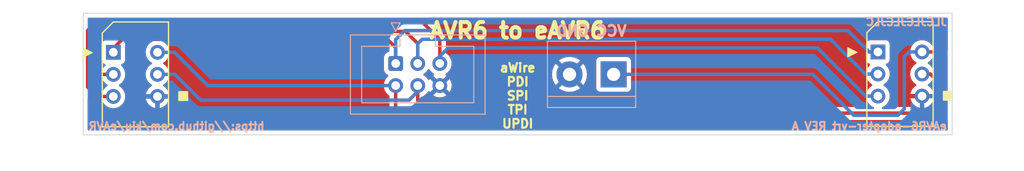
<source format=kicad_pcb>
(kicad_pcb (version 20211014) (generator pcbnew)
  (title_block (title "eAVR6-adapter-vrt") (company "Nakamura Labs") (comment 1 "https://github.com/kiu/eAVR"))
  (layers (0 "F.Cu" signal) (31 "B.Cu" signal) (34 "B.Paste" user) (35 "F.Paste" user) (36 "B.SilkS" user "B.Silkscreen") (37 "F.SilkS" user "F.Silkscreen") (38 "B.Mask" user) (39 "F.Mask" user) (44 "Edge.Cuts" user))
  (net 0 "")
  (net 1 "Net-(J1-Pad1)")
  (net 2 "VCC")
  (net 3 "Net-(J1-Pad3)")
  (net 4 "Net-(J1-Pad4)")
  (net 5 "Net-(J1-Pad5)")
  (net 6 "GND")
  (footprint "eAVR:eAVR6-EdgeSocket_2x03_P2.54mm_Vertical" (layer "F.Cu") (at 144.5 62.5)
    (fp_text reference "J3" hide)
    (fp_text value "Conn_02x03_Odd_Even")
    (fp_line (start -3.81 -4.7625) (end -3.81 6.0325) (layer "F.SilkS") (width 0.15))
    (fp_line (start -3.81 6.0325) (end 3.81 6.0325) (layer "F.SilkS") (width 0.15))
    (fp_line (start -3.81 -4.7625) (end -2.54 -6.0325) (layer "F.SilkS") (width 0.15))
    (fp_line (start 3.81 -6.0325) (end 3.81 6.0325) (layer "F.SilkS") (width 0.15))
    (fp_line (start -2.54 -6.0325) (end 3.81 -6.0325) (layer "F.SilkS") (width 0.15))
    (fp_rect (start 6 2) (end 5 3) (layer "F.SilkS") (width 0.15) (fill solid))
    (fp_poly (pts (xy -5 -2.5) (xy -6 -3) (xy -6 -2)) (layer "F.SilkS") (width 0.15) (fill solid))
    (pad "1" thru_hole rect (at -2.54 -2.54) (size 1.7 1.7) (drill 1) (layers *.Cu *.Mask) (net 1 "Net-(J1-Pad1)"))
    (pad "2" thru_hole oval (at 2.54 -2.54) (size 1.7 1.7) (drill 1) (layers *.Cu *.Mask) (net 2 "VCC"))
    (pad "3" thru_hole oval (at -2.54 0) (size 1.7 1.7) (drill 1) (layers *.Cu *.Mask) (net 3 "Net-(J1-Pad3)"))
    (pad "4" thru_hole oval (at 2.54 0) (size 1.7 1.7) (drill 1) (layers *.Cu *.Mask) (net 4 "Net-(J1-Pad4)"))
    (pad "5" thru_hole oval (at -2.54 2.54) (size 1.7 1.7) (drill 1) (layers *.Cu *.Mask) (net 5 "Net-(J1-Pad5)"))
    (pad "6" thru_hole oval (at 2.54 2.54) (size 1.7 1.7) (drill 1) (layers *.Cu *.Mask) (net 6 "GND"))
  )
  (footprint "eAVR:eAVR6-EdgeSocket_2x03_P2.54mm_Vertical" (layer "F.Cu") (at 56.5 62.54)
    (fp_text reference "J1" hide)
    (fp_text value "Conn_02x03_Odd_Even")
    (fp_line (start -3.81 6.0325) (end 3.81 6.0325) (layer "F.SilkS") (width 0.15))
    (fp_line (start -3.81 -4.7625) (end -2.54 -6.0325) (layer "F.SilkS") (width 0.15))
    (fp_line (start -3.81 -4.7625) (end -3.81 6.0325) (layer "F.SilkS") (width 0.15))
    (fp_line (start -2.54 -6.0325) (end 3.81 -6.0325) (layer "F.SilkS") (width 0.15))
    (fp_line (start 3.81 -6.0325) (end 3.81 6.0325) (layer "F.SilkS") (width 0.15))
    (fp_rect (start 6 2) (end 5 3) (layer "F.SilkS") (width 0.15) (fill solid))
    (fp_poly (pts (xy -5 -2.5) (xy -6 -3) (xy -6 -2)) (layer "F.SilkS") (width 0.15) (fill solid))
    (pad "1" thru_hole rect (at -2.54 -2.54) (size 1.7 1.7) (drill 1) (layers *.Cu *.Mask) (net 1 "Net-(J1-Pad1)"))
    (pad "2" thru_hole oval (at 2.54 -2.54) (size 1.7 1.7) (drill 1) (layers *.Cu *.Mask) (net 2 "VCC"))
    (pad "3" thru_hole oval (at -2.54 0) (size 1.7 1.7) (drill 1) (layers *.Cu *.Mask) (net 3 "Net-(J1-Pad3)"))
    (pad "4" thru_hole oval (at 2.54 0) (size 1.7 1.7) (drill 1) (layers *.Cu *.Mask) (net 4 "Net-(J1-Pad4)"))
    (pad "5" thru_hole oval (at -2.54 2.54) (size 1.7 1.7) (drill 1) (layers *.Cu *.Mask) (net 5 "Net-(J1-Pad5)"))
    (pad "6" thru_hole oval (at 2.54 2.54) (size 1.7 1.7) (drill 1) (layers *.Cu *.Mask) (net 6 "GND"))
  )
  (footprint "Connector_IDC:IDC-Header_2x03_P2.54mm_Vertical" (layer "B.Cu") (at 86.455 61.2875 -90)
    (fp_text reference "J2" hide)
    (fp_text value "Conn_02x03_Odd_Even")
    (fp_line (start -1.98 -0.49) (end -1.98 3.91) (layer "B.SilkS") (width 0.12))
    (fp_line (start -1.98 3.91) (end 4.52 3.91) (layer "B.SilkS") (width 0.12))
    (fp_line (start 5.83 -10.29) (end -3.29 -10.29) (layer "B.SilkS") (width 0.12))
    (fp_line (start -4.68 0.5) (end -4.68 -0.5) (layer "B.SilkS") (width 0.12))
    (fp_line (start -3.68 0) (end -4.68 0.5) (layer "B.SilkS") (width 0.12))
    (fp_line (start -1.98 -4.59) (end -1.98 -4.59) (layer "B.SilkS") (width 0.12))
    (fp_line (start 4.52 -8.99) (end -1.98 -8.99) (layer "B.SilkS") (width 0.12))
    (fp_line (start -3.29 -10.29) (end -3.29 5.21) (layer "B.SilkS") (width 0.12))
    (fp_line (start 4.52 3.91) (end 4.52 -8.99) (layer "B.SilkS") (width 0.12))
    (fp_line (start 5.83 5.21) (end 5.83 -10.29) (layer "B.SilkS") (width 0.12))
    (fp_line (start -1.98 -8.99) (end -1.98 -4.59) (layer "B.SilkS") (width 0.12))
    (fp_line (start -3.29 -0.49) (end -1.98 -0.49) (layer "B.SilkS") (width 0.12))
    (fp_line (start -3.29 5.21) (end 5.83 5.21) (layer "B.SilkS") (width 0.12))
    (fp_line (start -1.98 -4.59) (end -3.29 -4.59) (layer "B.SilkS") (width 0.12))
    (fp_line (start -4.68 -0.5) (end -3.68 0) (layer "B.SilkS") (width 0.12))
    (pad "1" thru_hole roundrect locked (at 0 0 270) (size 1.7 1.7) (drill 1) (layers *.Cu *.Mask) (roundrect_rratio 0.147059) (net 1 "Net-(J1-Pad1)"))
    (pad "2" thru_hole circle locked (at 2.54 0 270) (size 1.7 1.7) (drill 1) (layers *.Cu *.Mask) (net 2 "VCC"))
    (pad "3" thru_hole circle locked (at 0 -2.54 270) (size 1.7 1.7) (drill 1) (layers *.Cu *.Mask) (net 3 "Net-(J1-Pad3)"))
    (pad "4" thru_hole circle locked (at 2.54 -2.54 270) (size 1.7 1.7) (drill 1) (layers *.Cu *.Mask) (net 4 "Net-(J1-Pad4)"))
    (pad "5" thru_hole circle locked (at 0 -5.08 270) (size 1.7 1.7) (drill 1) (layers *.Cu *.Mask) (net 5 "Net-(J1-Pad5)"))
    (pad "6" thru_hole circle locked (at 2.54 -5.08 270) (size 1.7 1.7) (drill 1) (layers *.Cu *.Mask) (net 6 "GND"))
  )
  (footprint "TerminalBlock:TerminalBlock_bornier-2_P5.08mm" (layer "B.Cu") (at 111.54 62.54 180)
    (fp_text reference "J4" hide)
    (fp_text value "Screw_Terminal_01x02")
    (fp_line (start 7.62 -3.81) (end 7.62 3.81) (layer "B.SilkS") (width 0.12))
    (fp_line (start 7.62 -2.54) (end -2.54 -2.54) (layer "B.SilkS") (width 0.12))
    (fp_line (start 7.62 3.81) (end -2.54 3.81) (layer "B.SilkS") (width 0.12))
    (fp_line (start -2.54 3.81) (end -2.54 -3.81) (layer "B.SilkS") (width 0.12))
    (fp_line (start -2.54 -3.81) (end 7.62 -3.81) (layer "B.SilkS") (width 0.12))
    (pad "1" thru_hole rect locked (at 0 0 180) (size 3 3) (drill 1.52) (layers *.Cu *.Mask) (net 2 "VCC"))
    (pad "2" thru_hole circle locked (at 5.08 0 180) (size 3 3) (drill 1.52) (layers *.Cu *.Mask) (net 6 "GND"))
  )
  (gr_line (start 50.5 55.5) (end 150.5 55.5) (layer "Edge.Cuts") (width 0.1))
  (gr_line (start 50.5 69.5) (end 50.5 55.5) (layer "Edge.Cuts") (width 0.1))
  (gr_line (start 150.5 55.5) (end 150.5 69.5) (layer "Edge.Cuts") (width 0.1))
  (gr_line (start 150.5 69.5) (end 50.5 69.5) (layer "Edge.Cuts") (width 0.1))
  (gr_text "VCC GND" (at 109 57.54) (layer "B.SilkS") (effects (font (size 1.2 1.2) (thickness 0.3)) (justify mirror)))
  (gr_text "JLCJLCJLCJLC" (at 150 56.5) (layer "B.SilkS") (effects (font (size 0.9 0.9) (thickness 0.225)) (justify left mirror)))
  (gr_text "eAVR6-adapter-vrt REV A\n" (at 150 68.5) (layer "B.SilkS") (effects (font (size 0.9 0.9) (thickness 0.22)) (justify left mirror)))
  (gr_text "https://github.com/kiu/eAVR" (at 51 68.5) (layer "B.SilkS") (effects (font (size 0.9 0.9) (thickness 0.22)) (justify right mirror)))
  (gr_text "AVR6 to eAVR6" (at 100.5 57.5) (layer "F.SilkS") (effects (font (size 1.8 1.8) (thickness 0.45))))
  (gr_text "aWire\nPDI\nSPI\nTPI\nUPDI" (at 100.5 65) (layer "F.SilkS") (effects (font (size 1 1) (thickness 0.25))))
  (segment (start 53.96 59.54) (end 55 58.5) (width 0.4) (layer "F.Cu") (net 1))
  (segment (start 55 58.5) (end 85.5 58.5) (width 0.4) (layer "F.Cu") (net 1))
  (segment (start 53.96 60) (end 53.96 59.54) (width 0.4) (layer "F.Cu") (net 1))
  (segment (start 85.5 58.5) (end 86.455 59.455) (width 0.4) (layer "F.Cu") (net 1))
  (segment (start 86.455 59.455) (end 86.455 61.2875) (width 0.4) (layer "F.Cu") (net 1))
  (segment (start 140.96 59.96) (end 138.5 57.5) (width 0.4) (layer "B.Cu") (net 1))
  (segment (start 86.455 58.545) (end 86.455 61.2875) (width 0.4) (layer "B.Cu") (net 1))
  (segment (start 141.96 59.96) (end 140.96 59.96) (width 0.4) (layer "B.Cu") (net 1))
  (segment (start 87.5 57.5) (end 138.5 57.5) (width 0.4) (layer "B.Cu") (net 1))
  (segment (start 87.5 57.5) (end 86.455 58.545) (width 0.4) (layer "B.Cu") (net 1))
  (segment (start 148.96 59.96) (end 149.5 60.5) (width 0.4) (layer "F.Cu") (net 2))
  (segment (start 148.5 68) (end 87.5 68) (width 0.4) (layer "F.Cu") (net 2))
  (segment (start 149.5 60.5) (end 149.5 67) (width 0.4) (layer "F.Cu") (net 2))
  (segment (start 149.5 67) (end 148.5 68) (width 0.4) (layer "F.Cu") (net 2))
  (segment (start 87.5 68) (end 86.455 66.955) (width 0.4) (layer "F.Cu") (net 2))
  (segment (start 147.04 59.96) (end 148.96 59.96) (width 0.4) (layer "F.Cu") (net 2))
  (segment (start 86.455 66.955) (end 86.455 63.8275) (width 0.4) (layer "F.Cu") (net 2))
  (segment (start 144.25 67.25) (end 145 66.5) (width 0.4) (layer "B.Cu") (net 2))
  (segment (start 59.04 60) (end 61 60) (width 0.4) (layer "B.Cu") (net 2))
  (segment (start 111.54 62.54) (end 134.46 62.54) (width 0.4) (layer "B.Cu") (net 2))
  (segment (start 61 60) (end 64.8275 63.8275) (width 0.4) (layer "B.Cu") (net 2))
  (segment (start 145.54 59.96) (end 147.04 59.96) (width 0.4) (layer "B.Cu") (net 2))
  (segment (start 145 66.5) (end 145 60.5) (width 0.4) (layer "B.Cu") (net 2))
  (segment (start 139.17 67.25) (end 144.25 67.25) (width 0.4) (layer "B.Cu") (net 2))
  (segment (start 145 60.5) (end 145.54 59.96) (width 0.4) (layer "B.Cu") (net 2))
  (segment (start 64.8275 63.8275) (end 86.455 63.8275) (width 0.4) (layer "B.Cu") (net 2))
  (segment (start 134.46 62.54) (end 139.17 67.25) (width 0.4) (layer "B.Cu") (net 2))
  (segment (start 52 58) (end 52.400489 57.599511) (width 0.4) (layer "F.Cu") (net 3))
  (segment (start 87.599511 57.599511) (end 88.995 58.995) (width 0.4) (layer "F.Cu") (net 3))
  (segment (start 52 62) (end 52 58) (width 0.4) (layer "F.Cu") (net 3))
  (segment (start 88.995 58.995) (end 88.995 61.2875) (width 0.4) (layer "F.Cu") (net 3))
  (segment (start 53.96 62.54) (end 52.54 62.54) (width 0.4) (layer "F.Cu") (net 3))
  (segment (start 52.54 62.54) (end 52 62) (width 0.4) (layer "F.Cu") (net 3))
  (segment (start 52.400489 57.599511) (end 87.599511 57.599511) (width 0.4) (layer "F.Cu") (net 3))
  (segment (start 89.5 58.5) (end 136.5 58.5) (width 0.4) (layer "B.Cu") (net 3))
  (segment (start 88.995 59.005) (end 89.5 58.5) (width 0.4) (layer "B.Cu") (net 3))
  (segment (start 88.995 61.2875) (end 88.995 59.005) (width 0.4) (layer "B.Cu") (net 3))
  (segment (start 140.5 62.5) (end 141.96 62.5) (width 0.4) (layer "B.Cu") (net 3))
  (segment (start 136.5 58.5) (end 140.5 62.5) (width 0.4) (layer "B.Cu") (net 3))
  (segment (start 88.995 65.495) (end 88.995 63.8275) (width 0.4) (layer "F.Cu") (net 4))
  (segment (start 147.04 62.5) (end 148 62.5) (width 0.4) (layer "F.Cu") (net 4))
  (segment (start 148.5 63) (end 148.5 66.5) (width 0.4) (layer "F.Cu") (net 4))
  (segment (start 148 62.5) (end 148.5 63) (width 0.4) (layer "F.Cu") (net 4))
  (segment (start 148 67) (end 90.5 67) (width 0.4) (layer "F.Cu") (net 4))
  (segment (start 90.5 67) (end 88.995 65.495) (width 0.4) (layer "F.Cu") (net 4))
  (segment (start 148.5 63) (end 148.5 65.347076) (width 0.4) (layer "F.Cu") (net 4))
  (segment (start 148.5 66.5) (end 148 67) (width 0.4) (layer "F.Cu") (net 4))
  (segment (start 59.04 62.54) (end 61.04 62.54) (width 0.4) (layer "B.Cu") (net 4))
  (segment (start 64 65.5) (end 88 65.5) (width 0.4) (layer "B.Cu") (net 4))
  (segment (start 61.04 62.54) (end 64 65.5) (width 0.4) (layer "B.Cu") (net 4))
  (segment (start 88 65.5) (end 89 64.5) (width 0.4) (layer "B.Cu") (net 4))
  (segment (start 89 64.5) (end 89 63.8325) (width 0.4) (layer "B.Cu") (net 4))
  (segment (start 89 63.8325) (end 88.995 63.8275) (width 0.4) (layer "B.Cu") (net 4))
  (segment (start 51 64) (end 52.08 65.08) (width 0.4) (layer "F.Cu") (net 5))
  (segment (start 51 57.5) (end 51 64) (width 0.4) (layer "F.Cu") (net 5))
  (segment (start 52 56.5) (end 51 57.5) (width 0.4) (layer "F.Cu") (net 5))
  (segment (start 91.535 58.535) (end 89.5 56.5) (width 0.4) (layer "F.Cu") (net 5))
  (segment (start 89.5 56.5) (end 52 56.5) (width 0.4) (layer "F.Cu") (net 5))
  (segment (start 91.535 61.2875) (end 91.535 58.535) (width 0.4) (layer "F.Cu") (net 5))
  (segment (start 52.08 65.08) (end 53.96 65.08) (width 0.4) (layer "F.Cu") (net 5))
  (segment (start 140.54 65.04) (end 141.96 65.04) (width 0.4) (layer "B.Cu") (net 5))
  (segment (start 91.5 60.5) (end 92.5 59.5) (width 0.4) (layer "B.Cu") (net 5))
  (segment (start 92.5 59.5) (end 135 59.5) (width 0.4) (layer "B.Cu") (net 5))
  (segment (start 135 59.5) (end 140.54 65.04) (width 0.4) (layer "B.Cu") (net 5))
  (segment (start 91.535 61.2875) (end 91.5 61.2525) (width 0.4) (layer "B.Cu") (net 5))
  (segment (start 91.5 61.2525) (end 91.5 60.5) (width 0.4) (layer "B.Cu") (net 5))
  (zone (net 6) (net_name "GND") (layers F&B.Cu) (connect_pads (clearance 0.508)) (min_thickness 0.254) (fill yes (thermal_gap 0.508) (thermal_bridge_width 0.508))
    (polygon (pts (xy 150.5 69.5) (xy 50.5 69.5) (xy 50.5 55.5) (xy 150.5 55.5)))
  )
)
</source>
